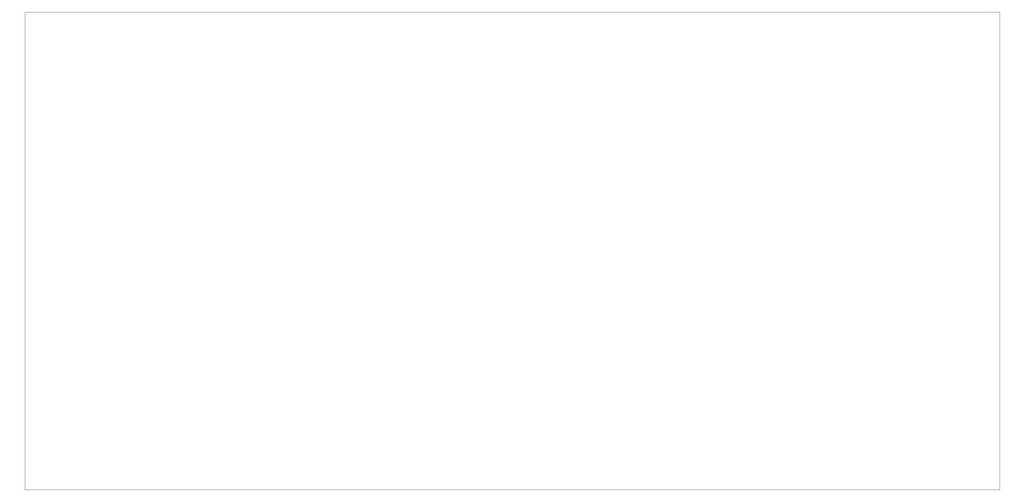
<source format=gbr>
%TF.GenerationSoftware,KiCad,Pcbnew,5.1.6-c6e7f7d~87~ubuntu16.04.1*%
%TF.CreationDate,2021-01-23T12:03:56-05:00*%
%TF.ProjectId,serial,73657269-616c-42e6-9b69-6361645f7063,rev?*%
%TF.SameCoordinates,Original*%
%TF.FileFunction,Profile,NP*%
%FSLAX46Y46*%
G04 Gerber Fmt 4.6, Leading zero omitted, Abs format (unit mm)*
G04 Created by KiCad (PCBNEW 5.1.6-c6e7f7d~87~ubuntu16.04.1) date 2021-01-23 12:03:56*
%MOMM*%
%LPD*%
G01*
G04 APERTURE LIST*
%TA.AperFunction,Profile*%
%ADD10C,0.100000*%
%TD*%
G04 APERTURE END LIST*
D10*
X199390000Y0D02*
X199390000Y-97790000D01*
X0Y0D02*
X199390000Y0D01*
X0Y-97790000D02*
X0Y0D01*
X199390000Y-97790000D02*
X0Y-97790000D01*
M02*

</source>
